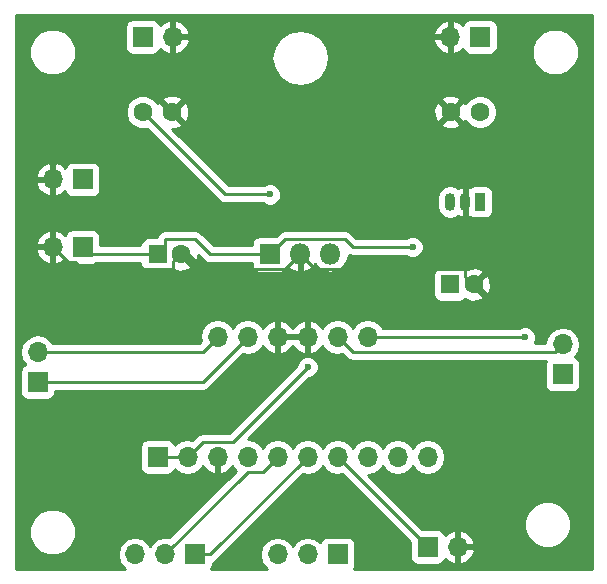
<source format=gbr>
G04 #@! TF.FileFunction,Copper,L2,Bot,Signal*
%FSLAX46Y46*%
G04 Gerber Fmt 4.6, Leading zero omitted, Abs format (unit mm)*
G04 Created by KiCad (PCBNEW 4.0.7) date 03/21/18 08:00:39*
%MOMM*%
%LPD*%
G01*
G04 APERTURE LIST*
%ADD10C,0.100000*%
%ADD11O,1.700000X1.700000*%
%ADD12R,1.700000X1.700000*%
%ADD13R,1.600000X1.600000*%
%ADD14C,1.600000*%
%ADD15R,1.800000X1.800000*%
%ADD16O,1.800000X1.800000*%
%ADD17O,0.900000X1.500000*%
%ADD18R,0.900000X1.500000*%
%ADD19C,0.600000*%
%ADD20C,0.250000*%
%ADD21C,0.254000*%
G04 APERTURE END LIST*
D10*
D11*
X126365000Y-57150000D03*
X123825000Y-57150000D03*
X121285000Y-57150000D03*
X118745000Y-57150000D03*
X116205000Y-57150000D03*
X113665000Y-57150000D03*
D12*
X108585000Y-67310000D03*
D11*
X111125000Y-67310000D03*
X113665000Y-67310000D03*
X116205000Y-67310000D03*
X118745000Y-67310000D03*
X121285000Y-67310000D03*
X123825000Y-67310000D03*
X126365000Y-67310000D03*
X128905000Y-67310000D03*
X131445000Y-67310000D03*
D13*
X133350000Y-52705000D03*
D14*
X135350000Y-52705000D03*
D13*
X108585000Y-50165000D03*
D14*
X110585000Y-50165000D03*
X107315000Y-38100000D03*
X109815000Y-38100000D03*
X135890000Y-38100000D03*
X133390000Y-38100000D03*
D12*
X142875000Y-60325000D03*
D11*
X142875000Y-57785000D03*
D12*
X98425000Y-60960000D03*
D11*
X98425000Y-58420000D03*
D12*
X123825000Y-75565000D03*
D11*
X121285000Y-75565000D03*
X118745000Y-75565000D03*
D12*
X111760000Y-75565000D03*
D11*
X109220000Y-75565000D03*
X106680000Y-75565000D03*
D12*
X102235000Y-49530000D03*
D11*
X99695000Y-49530000D03*
D12*
X102235000Y-43815000D03*
D11*
X99695000Y-43815000D03*
D12*
X131445000Y-74930000D03*
D11*
X133985000Y-74930000D03*
D12*
X107315000Y-31750000D03*
D11*
X109855000Y-31750000D03*
D12*
X135890000Y-31750000D03*
D11*
X133350000Y-31750000D03*
D15*
X118110000Y-50165000D03*
D16*
X120650000Y-50165000D03*
X123190000Y-50165000D03*
D17*
X134620000Y-45720000D03*
X133350000Y-45720000D03*
D18*
X135890000Y-45720000D03*
D19*
X130175000Y-49530000D03*
X121285000Y-59690000D03*
X118110000Y-45085000D03*
X139700000Y-57150000D03*
D20*
X118110000Y-50165000D02*
X119380000Y-48895000D01*
X119380000Y-48895000D02*
X124460000Y-48895000D01*
X124460000Y-48895000D02*
X125095000Y-49530000D01*
X125095000Y-49530000D02*
X130175000Y-49530000D01*
X108585000Y-50165000D02*
X109220000Y-49530000D01*
X109220000Y-49530000D02*
X109220000Y-48895000D01*
X109220000Y-48895000D02*
X111760000Y-48895000D01*
X111760000Y-48895000D02*
X113030000Y-50165000D01*
X113030000Y-50165000D02*
X118110000Y-50165000D01*
X102235000Y-49530000D02*
X102870000Y-50165000D01*
X102870000Y-50165000D02*
X108585000Y-50165000D01*
X120650000Y-50165000D02*
X121920000Y-51435000D01*
X121920000Y-51435000D02*
X134620000Y-51435000D01*
X134620000Y-51435000D02*
X134620000Y-52070000D01*
X134620000Y-52070000D02*
X135255000Y-52705000D01*
X135255000Y-52705000D02*
X135350000Y-52705000D01*
X110585000Y-50165000D02*
X110490000Y-50165000D01*
X110490000Y-50165000D02*
X109855000Y-50800000D01*
X109855000Y-50800000D02*
X109855000Y-51435000D01*
X109855000Y-51435000D02*
X102235000Y-51435000D01*
X102235000Y-51435000D02*
X101600000Y-50800000D01*
X101600000Y-50800000D02*
X100965000Y-50800000D01*
X100965000Y-50800000D02*
X99695000Y-49530000D01*
X120650000Y-50165000D02*
X119380000Y-51435000D01*
X119380000Y-51435000D02*
X112395000Y-51435000D01*
X112395000Y-51435000D02*
X111125000Y-50165000D01*
X111125000Y-50165000D02*
X110585000Y-50165000D01*
X121285000Y-57150000D02*
X118745000Y-57150000D01*
X121285000Y-59690000D02*
X114935000Y-66040000D01*
X114935000Y-66040000D02*
X112395000Y-66040000D01*
X112395000Y-66040000D02*
X111125000Y-67310000D01*
X107315000Y-38100000D02*
X114300000Y-45085000D01*
X114300000Y-45085000D02*
X118110000Y-45085000D01*
X111125000Y-67310000D02*
X108585000Y-67310000D01*
X139700000Y-57150000D02*
X126365000Y-57150000D01*
X142875000Y-57785000D02*
X142240000Y-58420000D01*
X142240000Y-58420000D02*
X125095000Y-58420000D01*
X125095000Y-58420000D02*
X123825000Y-57150000D01*
X116205000Y-57150000D02*
X112395000Y-60960000D01*
X112395000Y-60960000D02*
X98425000Y-60960000D01*
X113665000Y-57150000D02*
X112395000Y-58420000D01*
X112395000Y-58420000D02*
X98425000Y-58420000D01*
X121285000Y-67310000D02*
X113030000Y-75565000D01*
X113030000Y-75565000D02*
X111760000Y-75565000D01*
X109220000Y-75565000D02*
X116205000Y-68580000D01*
X116205000Y-68580000D02*
X117475000Y-68580000D01*
X117475000Y-68580000D02*
X118745000Y-67310000D01*
X131445000Y-74930000D02*
X123825000Y-67310000D01*
D21*
G36*
X145340000Y-76760000D02*
X125207812Y-76760000D01*
X125271431Y-76666890D01*
X125322440Y-76415000D01*
X125322440Y-74715000D01*
X125278162Y-74479683D01*
X125139090Y-74263559D01*
X124926890Y-74118569D01*
X124675000Y-74067560D01*
X122975000Y-74067560D01*
X122739683Y-74111838D01*
X122523559Y-74250910D01*
X122378569Y-74463110D01*
X122364914Y-74530541D01*
X122335054Y-74485853D01*
X121853285Y-74163946D01*
X121285000Y-74050907D01*
X120716715Y-74163946D01*
X120234946Y-74485853D01*
X120015000Y-74815026D01*
X119795054Y-74485853D01*
X119313285Y-74163946D01*
X118745000Y-74050907D01*
X118176715Y-74163946D01*
X117694946Y-74485853D01*
X117373039Y-74967622D01*
X117260000Y-75535907D01*
X117260000Y-75594093D01*
X117373039Y-76162378D01*
X117694946Y-76644147D01*
X117868333Y-76760000D01*
X113142812Y-76760000D01*
X113206431Y-76666890D01*
X113257440Y-76415000D01*
X113257440Y-76279759D01*
X113320839Y-76267148D01*
X113567401Y-76102401D01*
X120918592Y-68751210D01*
X121285000Y-68824093D01*
X121853285Y-68711054D01*
X122335054Y-68389147D01*
X122555000Y-68059974D01*
X122774946Y-68389147D01*
X123256715Y-68711054D01*
X123825000Y-68824093D01*
X124191408Y-68751210D01*
X129947560Y-74507362D01*
X129947560Y-75780000D01*
X129991838Y-76015317D01*
X130130910Y-76231441D01*
X130343110Y-76376431D01*
X130595000Y-76427440D01*
X132295000Y-76427440D01*
X132530317Y-76383162D01*
X132746441Y-76244090D01*
X132891431Y-76031890D01*
X132913301Y-75923893D01*
X133218076Y-76201645D01*
X133628110Y-76371476D01*
X133858000Y-76250155D01*
X133858000Y-75057000D01*
X134112000Y-75057000D01*
X134112000Y-76250155D01*
X134341890Y-76371476D01*
X134751924Y-76201645D01*
X135180183Y-75811358D01*
X135426486Y-75286892D01*
X135305819Y-75057000D01*
X134112000Y-75057000D01*
X133858000Y-75057000D01*
X133838000Y-75057000D01*
X133838000Y-74803000D01*
X133858000Y-74803000D01*
X133858000Y-73609845D01*
X134112000Y-73609845D01*
X134112000Y-74803000D01*
X135305819Y-74803000D01*
X135426486Y-74573108D01*
X135180183Y-74048642D01*
X134751924Y-73658355D01*
X134341890Y-73488524D01*
X134112000Y-73609845D01*
X133858000Y-73609845D01*
X133628110Y-73488524D01*
X133218076Y-73658355D01*
X132915063Y-73934501D01*
X132898162Y-73844683D01*
X132759090Y-73628559D01*
X132546890Y-73483569D01*
X132295000Y-73432560D01*
X131022362Y-73432560D01*
X131007911Y-73418109D01*
X139619657Y-73418109D01*
X139921218Y-74147943D01*
X140479120Y-74706819D01*
X141208427Y-75009654D01*
X141998109Y-75010343D01*
X142727943Y-74708782D01*
X143286819Y-74150880D01*
X143589654Y-73421573D01*
X143590343Y-72631891D01*
X143288782Y-71902057D01*
X142730880Y-71343181D01*
X142001573Y-71040346D01*
X141211891Y-71039657D01*
X140482057Y-71341218D01*
X139923181Y-71899120D01*
X139620346Y-72628427D01*
X139619657Y-73418109D01*
X131007911Y-73418109D01*
X126405783Y-68815981D01*
X126933285Y-68711054D01*
X127415054Y-68389147D01*
X127635000Y-68059974D01*
X127854946Y-68389147D01*
X128336715Y-68711054D01*
X128905000Y-68824093D01*
X129473285Y-68711054D01*
X129955054Y-68389147D01*
X130175000Y-68059974D01*
X130394946Y-68389147D01*
X130876715Y-68711054D01*
X131445000Y-68824093D01*
X132013285Y-68711054D01*
X132495054Y-68389147D01*
X132816961Y-67907378D01*
X132930000Y-67339093D01*
X132930000Y-67280907D01*
X132816961Y-66712622D01*
X132495054Y-66230853D01*
X132013285Y-65908946D01*
X131445000Y-65795907D01*
X130876715Y-65908946D01*
X130394946Y-66230853D01*
X130175000Y-66560026D01*
X129955054Y-66230853D01*
X129473285Y-65908946D01*
X128905000Y-65795907D01*
X128336715Y-65908946D01*
X127854946Y-66230853D01*
X127635000Y-66560026D01*
X127415054Y-66230853D01*
X126933285Y-65908946D01*
X126365000Y-65795907D01*
X125796715Y-65908946D01*
X125314946Y-66230853D01*
X125095000Y-66560026D01*
X124875054Y-66230853D01*
X124393285Y-65908946D01*
X123825000Y-65795907D01*
X123256715Y-65908946D01*
X122774946Y-66230853D01*
X122555000Y-66560026D01*
X122335054Y-66230853D01*
X121853285Y-65908946D01*
X121285000Y-65795907D01*
X120716715Y-65908946D01*
X120234946Y-66230853D01*
X120015000Y-66560026D01*
X119795054Y-66230853D01*
X119313285Y-65908946D01*
X118745000Y-65795907D01*
X118176715Y-65908946D01*
X117694946Y-66230853D01*
X117475000Y-66560026D01*
X117255054Y-66230853D01*
X116773285Y-65908946D01*
X116245783Y-65804019D01*
X121424680Y-60625122D01*
X121470167Y-60625162D01*
X121813943Y-60483117D01*
X122077192Y-60220327D01*
X122219838Y-59876799D01*
X122220162Y-59504833D01*
X122078117Y-59161057D01*
X121815327Y-58897808D01*
X121471799Y-58755162D01*
X121099833Y-58754838D01*
X120756057Y-58896883D01*
X120492808Y-59159673D01*
X120350162Y-59503201D01*
X120350121Y-59550077D01*
X114620198Y-65280000D01*
X112395000Y-65280000D01*
X112104160Y-65337852D01*
X111857599Y-65502599D01*
X111491408Y-65868790D01*
X111125000Y-65795907D01*
X110556715Y-65908946D01*
X110074946Y-66230853D01*
X110047150Y-66272452D01*
X110038162Y-66224683D01*
X109899090Y-66008559D01*
X109686890Y-65863569D01*
X109435000Y-65812560D01*
X107735000Y-65812560D01*
X107499683Y-65856838D01*
X107283559Y-65995910D01*
X107138569Y-66208110D01*
X107087560Y-66460000D01*
X107087560Y-68160000D01*
X107131838Y-68395317D01*
X107270910Y-68611441D01*
X107483110Y-68756431D01*
X107735000Y-68807440D01*
X109435000Y-68807440D01*
X109670317Y-68763162D01*
X109886441Y-68624090D01*
X110031431Y-68411890D01*
X110045086Y-68344459D01*
X110074946Y-68389147D01*
X110556715Y-68711054D01*
X111125000Y-68824093D01*
X111693285Y-68711054D01*
X112175054Y-68389147D01*
X112402702Y-68048447D01*
X112469817Y-68191358D01*
X112898076Y-68581645D01*
X113308110Y-68751476D01*
X113538000Y-68630155D01*
X113538000Y-67437000D01*
X113518000Y-67437000D01*
X113518000Y-67183000D01*
X113538000Y-67183000D01*
X113538000Y-67163000D01*
X113792000Y-67163000D01*
X113792000Y-67183000D01*
X113812000Y-67183000D01*
X113812000Y-67437000D01*
X113792000Y-67437000D01*
X113792000Y-68630155D01*
X114021890Y-68751476D01*
X114431924Y-68581645D01*
X114860183Y-68191358D01*
X114927298Y-68048447D01*
X115154946Y-68389147D01*
X115254519Y-68455679D01*
X109586408Y-74123790D01*
X109220000Y-74050907D01*
X108651715Y-74163946D01*
X108169946Y-74485853D01*
X107950000Y-74815026D01*
X107730054Y-74485853D01*
X107248285Y-74163946D01*
X106680000Y-74050907D01*
X106111715Y-74163946D01*
X105629946Y-74485853D01*
X105308039Y-74967622D01*
X105195000Y-75535907D01*
X105195000Y-75594093D01*
X105308039Y-76162378D01*
X105629946Y-76644147D01*
X105803333Y-76760000D01*
X96595000Y-76760000D01*
X96595000Y-74053109D01*
X97709657Y-74053109D01*
X98011218Y-74782943D01*
X98569120Y-75341819D01*
X99298427Y-75644654D01*
X100088109Y-75645343D01*
X100817943Y-75343782D01*
X101376819Y-74785880D01*
X101679654Y-74056573D01*
X101680343Y-73266891D01*
X101378782Y-72537057D01*
X100820880Y-71978181D01*
X100091573Y-71675346D01*
X99301891Y-71674657D01*
X98572057Y-71976218D01*
X98013181Y-72534120D01*
X97710346Y-73263427D01*
X97709657Y-74053109D01*
X96595000Y-74053109D01*
X96595000Y-58420000D01*
X96910907Y-58420000D01*
X97023946Y-58988285D01*
X97345853Y-59470054D01*
X97387452Y-59497850D01*
X97339683Y-59506838D01*
X97123559Y-59645910D01*
X96978569Y-59858110D01*
X96927560Y-60110000D01*
X96927560Y-61810000D01*
X96971838Y-62045317D01*
X97110910Y-62261441D01*
X97323110Y-62406431D01*
X97575000Y-62457440D01*
X99275000Y-62457440D01*
X99510317Y-62413162D01*
X99726441Y-62274090D01*
X99871431Y-62061890D01*
X99922440Y-61810000D01*
X99922440Y-61720000D01*
X112395000Y-61720000D01*
X112685839Y-61662148D01*
X112932401Y-61497401D01*
X115838592Y-58591210D01*
X116205000Y-58664093D01*
X116773285Y-58551054D01*
X117255054Y-58229147D01*
X117482702Y-57888447D01*
X117549817Y-58031358D01*
X117978076Y-58421645D01*
X118388110Y-58591476D01*
X118618000Y-58470155D01*
X118618000Y-57277000D01*
X118872000Y-57277000D01*
X118872000Y-58470155D01*
X119101890Y-58591476D01*
X119511924Y-58421645D01*
X119940183Y-58031358D01*
X120015000Y-57872046D01*
X120089817Y-58031358D01*
X120518076Y-58421645D01*
X120928110Y-58591476D01*
X121158000Y-58470155D01*
X121158000Y-57277000D01*
X118872000Y-57277000D01*
X118618000Y-57277000D01*
X118598000Y-57277000D01*
X118598000Y-57023000D01*
X118618000Y-57023000D01*
X118618000Y-55829845D01*
X118872000Y-55829845D01*
X118872000Y-57023000D01*
X121158000Y-57023000D01*
X121158000Y-55829845D01*
X121412000Y-55829845D01*
X121412000Y-57023000D01*
X121432000Y-57023000D01*
X121432000Y-57277000D01*
X121412000Y-57277000D01*
X121412000Y-58470155D01*
X121641890Y-58591476D01*
X122051924Y-58421645D01*
X122480183Y-58031358D01*
X122547298Y-57888447D01*
X122774946Y-58229147D01*
X123256715Y-58551054D01*
X123825000Y-58664093D01*
X124191408Y-58591210D01*
X124557599Y-58957401D01*
X124804160Y-59122148D01*
X125095000Y-59180000D01*
X141458025Y-59180000D01*
X141428569Y-59223110D01*
X141377560Y-59475000D01*
X141377560Y-61175000D01*
X141421838Y-61410317D01*
X141560910Y-61626441D01*
X141773110Y-61771431D01*
X142025000Y-61822440D01*
X143725000Y-61822440D01*
X143960317Y-61778162D01*
X144176441Y-61639090D01*
X144321431Y-61426890D01*
X144372440Y-61175000D01*
X144372440Y-59475000D01*
X144328162Y-59239683D01*
X144189090Y-59023559D01*
X143976890Y-58878569D01*
X143909459Y-58864914D01*
X143954147Y-58835054D01*
X144276054Y-58353285D01*
X144389093Y-57785000D01*
X144276054Y-57216715D01*
X143954147Y-56734946D01*
X143472378Y-56413039D01*
X142904093Y-56300000D01*
X142845907Y-56300000D01*
X142277622Y-56413039D01*
X141795853Y-56734946D01*
X141473946Y-57216715D01*
X141385771Y-57660000D01*
X140500633Y-57660000D01*
X140634838Y-57336799D01*
X140635162Y-56964833D01*
X140493117Y-56621057D01*
X140230327Y-56357808D01*
X139886799Y-56215162D01*
X139514833Y-56214838D01*
X139171057Y-56356883D01*
X139137882Y-56390000D01*
X127628301Y-56390000D01*
X127415054Y-56070853D01*
X126933285Y-55748946D01*
X126365000Y-55635907D01*
X125796715Y-55748946D01*
X125314946Y-56070853D01*
X125095000Y-56400026D01*
X124875054Y-56070853D01*
X124393285Y-55748946D01*
X123825000Y-55635907D01*
X123256715Y-55748946D01*
X122774946Y-56070853D01*
X122547298Y-56411553D01*
X122480183Y-56268642D01*
X122051924Y-55878355D01*
X121641890Y-55708524D01*
X121412000Y-55829845D01*
X121158000Y-55829845D01*
X120928110Y-55708524D01*
X120518076Y-55878355D01*
X120089817Y-56268642D01*
X120015000Y-56427954D01*
X119940183Y-56268642D01*
X119511924Y-55878355D01*
X119101890Y-55708524D01*
X118872000Y-55829845D01*
X118618000Y-55829845D01*
X118388110Y-55708524D01*
X117978076Y-55878355D01*
X117549817Y-56268642D01*
X117482702Y-56411553D01*
X117255054Y-56070853D01*
X116773285Y-55748946D01*
X116205000Y-55635907D01*
X115636715Y-55748946D01*
X115154946Y-56070853D01*
X114935000Y-56400026D01*
X114715054Y-56070853D01*
X114233285Y-55748946D01*
X113665000Y-55635907D01*
X113096715Y-55748946D01*
X112614946Y-56070853D01*
X112293039Y-56552622D01*
X112180000Y-57120907D01*
X112180000Y-57179093D01*
X112243229Y-57496969D01*
X112080198Y-57660000D01*
X99697954Y-57660000D01*
X99504147Y-57369946D01*
X99022378Y-57048039D01*
X98454093Y-56935000D01*
X98395907Y-56935000D01*
X97827622Y-57048039D01*
X97345853Y-57369946D01*
X97023946Y-57851715D01*
X96910907Y-58420000D01*
X96595000Y-58420000D01*
X96595000Y-51905000D01*
X131902560Y-51905000D01*
X131902560Y-53505000D01*
X131946838Y-53740317D01*
X132085910Y-53956441D01*
X132298110Y-54101431D01*
X132550000Y-54152440D01*
X134150000Y-54152440D01*
X134385317Y-54108162D01*
X134601441Y-53969090D01*
X134605977Y-53962452D01*
X135133223Y-54151965D01*
X135703454Y-54124778D01*
X136104005Y-53958864D01*
X136178139Y-53712745D01*
X135350000Y-52884605D01*
X135335858Y-52898748D01*
X135156253Y-52719143D01*
X135170395Y-52705000D01*
X135529605Y-52705000D01*
X136357745Y-53533139D01*
X136603864Y-53459005D01*
X136796965Y-52921777D01*
X136769778Y-52351546D01*
X136603864Y-51950995D01*
X136357745Y-51876861D01*
X135529605Y-52705000D01*
X135170395Y-52705000D01*
X135156253Y-52690858D01*
X135335858Y-52511252D01*
X135350000Y-52525395D01*
X136178139Y-51697255D01*
X136104005Y-51451136D01*
X135566777Y-51258035D01*
X134996546Y-51285222D01*
X134605053Y-51447384D01*
X134401890Y-51308569D01*
X134150000Y-51257560D01*
X132550000Y-51257560D01*
X132314683Y-51301838D01*
X132098559Y-51440910D01*
X131953569Y-51653110D01*
X131902560Y-51905000D01*
X96595000Y-51905000D01*
X96595000Y-49886892D01*
X98253514Y-49886892D01*
X98499817Y-50411358D01*
X98928076Y-50801645D01*
X99338110Y-50971476D01*
X99568000Y-50850155D01*
X99568000Y-49657000D01*
X98374181Y-49657000D01*
X98253514Y-49886892D01*
X96595000Y-49886892D01*
X96595000Y-49173108D01*
X98253514Y-49173108D01*
X98374181Y-49403000D01*
X99568000Y-49403000D01*
X99568000Y-48209845D01*
X99822000Y-48209845D01*
X99822000Y-49403000D01*
X99842000Y-49403000D01*
X99842000Y-49657000D01*
X99822000Y-49657000D01*
X99822000Y-50850155D01*
X100051890Y-50971476D01*
X100461924Y-50801645D01*
X100764937Y-50525499D01*
X100781838Y-50615317D01*
X100920910Y-50831441D01*
X101133110Y-50976431D01*
X101385000Y-51027440D01*
X103085000Y-51027440D01*
X103320317Y-50983162D01*
X103410703Y-50925000D01*
X107137560Y-50925000D01*
X107137560Y-50965000D01*
X107181838Y-51200317D01*
X107320910Y-51416441D01*
X107533110Y-51561431D01*
X107785000Y-51612440D01*
X109385000Y-51612440D01*
X109620317Y-51568162D01*
X109836441Y-51429090D01*
X109840977Y-51422452D01*
X110368223Y-51611965D01*
X110938454Y-51584778D01*
X111339005Y-51418864D01*
X111413139Y-51172745D01*
X110585000Y-50344605D01*
X110570858Y-50358748D01*
X110391253Y-50179143D01*
X110405395Y-50165000D01*
X110391253Y-50150858D01*
X110570858Y-49971253D01*
X110585000Y-49985395D01*
X110599143Y-49971253D01*
X110778748Y-50150858D01*
X110764605Y-50165000D01*
X111592745Y-50993139D01*
X111838864Y-50919005D01*
X112031965Y-50381777D01*
X112024956Y-50234758D01*
X112492599Y-50702401D01*
X112739160Y-50867148D01*
X113030000Y-50925000D01*
X116562560Y-50925000D01*
X116562560Y-51065000D01*
X116606838Y-51300317D01*
X116745910Y-51516441D01*
X116958110Y-51661431D01*
X117210000Y-51712440D01*
X119010000Y-51712440D01*
X119245317Y-51668162D01*
X119461441Y-51529090D01*
X119606431Y-51316890D01*
X119616766Y-51265854D01*
X119742424Y-51402966D01*
X120285258Y-51656046D01*
X120523000Y-51535997D01*
X120523000Y-50292000D01*
X120503000Y-50292000D01*
X120503000Y-50038000D01*
X120523000Y-50038000D01*
X120523000Y-50018000D01*
X120777000Y-50018000D01*
X120777000Y-50038000D01*
X120797000Y-50038000D01*
X120797000Y-50292000D01*
X120777000Y-50292000D01*
X120777000Y-51535997D01*
X121014742Y-51656046D01*
X121557576Y-51402966D01*
X121915499Y-51012418D01*
X122074519Y-51250409D01*
X122572509Y-51583155D01*
X123159928Y-51700000D01*
X123220072Y-51700000D01*
X123807491Y-51583155D01*
X124305481Y-51250409D01*
X124638227Y-50752419D01*
X124749041Y-50195318D01*
X124804161Y-50232148D01*
X125095000Y-50290000D01*
X129612537Y-50290000D01*
X129644673Y-50322192D01*
X129988201Y-50464838D01*
X130360167Y-50465162D01*
X130703943Y-50323117D01*
X130967192Y-50060327D01*
X131109838Y-49716799D01*
X131110162Y-49344833D01*
X130968117Y-49001057D01*
X130705327Y-48737808D01*
X130361799Y-48595162D01*
X129989833Y-48594838D01*
X129646057Y-48736883D01*
X129612882Y-48770000D01*
X125409802Y-48770000D01*
X124997401Y-48357599D01*
X124750839Y-48192852D01*
X124460000Y-48135000D01*
X119380000Y-48135000D01*
X119089160Y-48192852D01*
X118842599Y-48357599D01*
X118582638Y-48617560D01*
X117210000Y-48617560D01*
X116974683Y-48661838D01*
X116758559Y-48800910D01*
X116613569Y-49013110D01*
X116562560Y-49265000D01*
X116562560Y-49405000D01*
X113344802Y-49405000D01*
X112297401Y-48357599D01*
X112050839Y-48192852D01*
X111760000Y-48135000D01*
X109220000Y-48135000D01*
X108929161Y-48192852D01*
X108682599Y-48357599D01*
X108517852Y-48604161D01*
X108495295Y-48717560D01*
X107785000Y-48717560D01*
X107549683Y-48761838D01*
X107333559Y-48900910D01*
X107188569Y-49113110D01*
X107137560Y-49365000D01*
X107137560Y-49405000D01*
X103732440Y-49405000D01*
X103732440Y-48680000D01*
X103688162Y-48444683D01*
X103549090Y-48228559D01*
X103336890Y-48083569D01*
X103085000Y-48032560D01*
X101385000Y-48032560D01*
X101149683Y-48076838D01*
X100933559Y-48215910D01*
X100788569Y-48428110D01*
X100766699Y-48536107D01*
X100461924Y-48258355D01*
X100051890Y-48088524D01*
X99822000Y-48209845D01*
X99568000Y-48209845D01*
X99338110Y-48088524D01*
X98928076Y-48258355D01*
X98499817Y-48648642D01*
X98253514Y-49173108D01*
X96595000Y-49173108D01*
X96595000Y-44171892D01*
X98253514Y-44171892D01*
X98499817Y-44696358D01*
X98928076Y-45086645D01*
X99338110Y-45256476D01*
X99568000Y-45135155D01*
X99568000Y-43942000D01*
X98374181Y-43942000D01*
X98253514Y-44171892D01*
X96595000Y-44171892D01*
X96595000Y-43458108D01*
X98253514Y-43458108D01*
X98374181Y-43688000D01*
X99568000Y-43688000D01*
X99568000Y-42494845D01*
X99822000Y-42494845D01*
X99822000Y-43688000D01*
X99842000Y-43688000D01*
X99842000Y-43942000D01*
X99822000Y-43942000D01*
X99822000Y-45135155D01*
X100051890Y-45256476D01*
X100461924Y-45086645D01*
X100764937Y-44810499D01*
X100781838Y-44900317D01*
X100920910Y-45116441D01*
X101133110Y-45261431D01*
X101385000Y-45312440D01*
X103085000Y-45312440D01*
X103320317Y-45268162D01*
X103536441Y-45129090D01*
X103681431Y-44916890D01*
X103732440Y-44665000D01*
X103732440Y-42965000D01*
X103688162Y-42729683D01*
X103549090Y-42513559D01*
X103336890Y-42368569D01*
X103085000Y-42317560D01*
X101385000Y-42317560D01*
X101149683Y-42361838D01*
X100933559Y-42500910D01*
X100788569Y-42713110D01*
X100766699Y-42821107D01*
X100461924Y-42543355D01*
X100051890Y-42373524D01*
X99822000Y-42494845D01*
X99568000Y-42494845D01*
X99338110Y-42373524D01*
X98928076Y-42543355D01*
X98499817Y-42933642D01*
X98253514Y-43458108D01*
X96595000Y-43458108D01*
X96595000Y-38384187D01*
X105879752Y-38384187D01*
X106097757Y-38911800D01*
X106501077Y-39315824D01*
X107028309Y-39534750D01*
X107599187Y-39535248D01*
X107653149Y-39512951D01*
X113762599Y-45622401D01*
X114009161Y-45787148D01*
X114300000Y-45845000D01*
X117547537Y-45845000D01*
X117579673Y-45877192D01*
X117923201Y-46019838D01*
X118295167Y-46020162D01*
X118638943Y-45878117D01*
X118902192Y-45615327D01*
X118994566Y-45392866D01*
X132265000Y-45392866D01*
X132265000Y-46047134D01*
X132347591Y-46462346D01*
X132582789Y-46814345D01*
X132934788Y-47049543D01*
X133350000Y-47132134D01*
X133765212Y-47049543D01*
X133989274Y-46899830D01*
X134325999Y-47064408D01*
X134493000Y-46937502D01*
X134493000Y-45847000D01*
X134473000Y-45847000D01*
X134473000Y-45593000D01*
X134493000Y-45593000D01*
X134493000Y-44502498D01*
X134747000Y-44502498D01*
X134747000Y-45593000D01*
X134767000Y-45593000D01*
X134767000Y-45847000D01*
X134747000Y-45847000D01*
X134747000Y-46937502D01*
X134914001Y-47064408D01*
X135072075Y-46987147D01*
X135188110Y-47066431D01*
X135440000Y-47117440D01*
X136340000Y-47117440D01*
X136575317Y-47073162D01*
X136791441Y-46934090D01*
X136936431Y-46721890D01*
X136987440Y-46470000D01*
X136987440Y-44970000D01*
X136943162Y-44734683D01*
X136804090Y-44518559D01*
X136591890Y-44373569D01*
X136340000Y-44322560D01*
X135440000Y-44322560D01*
X135204683Y-44366838D01*
X135071471Y-44452558D01*
X134914001Y-44375592D01*
X134747000Y-44502498D01*
X134493000Y-44502498D01*
X134325999Y-44375592D01*
X133989274Y-44540170D01*
X133765212Y-44390457D01*
X133350000Y-44307866D01*
X132934788Y-44390457D01*
X132582789Y-44625655D01*
X132347591Y-44977654D01*
X132265000Y-45392866D01*
X118994566Y-45392866D01*
X119044838Y-45271799D01*
X119045162Y-44899833D01*
X118903117Y-44556057D01*
X118640327Y-44292808D01*
X118296799Y-44150162D01*
X117924833Y-44149838D01*
X117581057Y-44291883D01*
X117547882Y-44325000D01*
X114614802Y-44325000D01*
X109825911Y-39536109D01*
X110168454Y-39519778D01*
X110569005Y-39353864D01*
X110643139Y-39107745D01*
X132561861Y-39107745D01*
X132635995Y-39353864D01*
X133173223Y-39546965D01*
X133743454Y-39519778D01*
X134144005Y-39353864D01*
X134218139Y-39107745D01*
X133390000Y-38279605D01*
X132561861Y-39107745D01*
X110643139Y-39107745D01*
X109815000Y-38279605D01*
X109800858Y-38293748D01*
X109621252Y-38114142D01*
X109635395Y-38100000D01*
X109994605Y-38100000D01*
X110822745Y-38928139D01*
X111068864Y-38854005D01*
X111261965Y-38316777D01*
X111241295Y-37883223D01*
X131943035Y-37883223D01*
X131970222Y-38453454D01*
X132136136Y-38854005D01*
X132382255Y-38928139D01*
X133210395Y-38100000D01*
X133569605Y-38100000D01*
X134397745Y-38928139D01*
X134643864Y-38854005D01*
X134646196Y-38847517D01*
X134672757Y-38911800D01*
X135076077Y-39315824D01*
X135603309Y-39534750D01*
X136174187Y-39535248D01*
X136701800Y-39317243D01*
X137105824Y-38913923D01*
X137324750Y-38386691D01*
X137325248Y-37815813D01*
X137107243Y-37288200D01*
X136703923Y-36884176D01*
X136176691Y-36665250D01*
X135605813Y-36664752D01*
X135078200Y-36882757D01*
X134674176Y-37286077D01*
X134646577Y-37352544D01*
X134643864Y-37345995D01*
X134397745Y-37271861D01*
X133569605Y-38100000D01*
X133210395Y-38100000D01*
X132382255Y-37271861D01*
X132136136Y-37345995D01*
X131943035Y-37883223D01*
X111241295Y-37883223D01*
X111234778Y-37746546D01*
X111068864Y-37345995D01*
X110822745Y-37271861D01*
X109994605Y-38100000D01*
X109635395Y-38100000D01*
X108807255Y-37271861D01*
X108561136Y-37345995D01*
X108558804Y-37352483D01*
X108532243Y-37288200D01*
X108336640Y-37092255D01*
X108986861Y-37092255D01*
X109815000Y-37920395D01*
X110643139Y-37092255D01*
X132561861Y-37092255D01*
X133390000Y-37920395D01*
X134218139Y-37092255D01*
X134144005Y-36846136D01*
X133606777Y-36653035D01*
X133036546Y-36680222D01*
X132635995Y-36846136D01*
X132561861Y-37092255D01*
X110643139Y-37092255D01*
X110569005Y-36846136D01*
X110031777Y-36653035D01*
X109461546Y-36680222D01*
X109060995Y-36846136D01*
X108986861Y-37092255D01*
X108336640Y-37092255D01*
X108128923Y-36884176D01*
X107601691Y-36665250D01*
X107030813Y-36664752D01*
X106503200Y-36882757D01*
X106099176Y-37286077D01*
X105880250Y-37813309D01*
X105879752Y-38384187D01*
X96595000Y-38384187D01*
X96595000Y-33413109D01*
X97709657Y-33413109D01*
X98011218Y-34142943D01*
X98569120Y-34701819D01*
X99298427Y-35004654D01*
X100088109Y-35005343D01*
X100817943Y-34703782D01*
X101376819Y-34145880D01*
X101642935Y-33505000D01*
X118218275Y-33505000D01*
X118399822Y-34417700D01*
X118916825Y-35191450D01*
X119690575Y-35708453D01*
X120603275Y-35890000D01*
X120696725Y-35890000D01*
X121609425Y-35708453D01*
X122383175Y-35191450D01*
X122900178Y-34417700D01*
X123081725Y-33505000D01*
X123063447Y-33413109D01*
X140254657Y-33413109D01*
X140556218Y-34142943D01*
X141114120Y-34701819D01*
X141843427Y-35004654D01*
X142633109Y-35005343D01*
X143362943Y-34703782D01*
X143921819Y-34145880D01*
X144224654Y-33416573D01*
X144225343Y-32626891D01*
X143923782Y-31897057D01*
X143365880Y-31338181D01*
X142636573Y-31035346D01*
X141846891Y-31034657D01*
X141117057Y-31336218D01*
X140558181Y-31894120D01*
X140255346Y-32623427D01*
X140254657Y-33413109D01*
X123063447Y-33413109D01*
X122900178Y-32592300D01*
X122575839Y-32106892D01*
X131908514Y-32106892D01*
X132154817Y-32631358D01*
X132583076Y-33021645D01*
X132993110Y-33191476D01*
X133223000Y-33070155D01*
X133223000Y-31877000D01*
X132029181Y-31877000D01*
X131908514Y-32106892D01*
X122575839Y-32106892D01*
X122383175Y-31818550D01*
X121746456Y-31393108D01*
X131908514Y-31393108D01*
X132029181Y-31623000D01*
X133223000Y-31623000D01*
X133223000Y-30429845D01*
X133477000Y-30429845D01*
X133477000Y-31623000D01*
X133497000Y-31623000D01*
X133497000Y-31877000D01*
X133477000Y-31877000D01*
X133477000Y-33070155D01*
X133706890Y-33191476D01*
X134116924Y-33021645D01*
X134419937Y-32745499D01*
X134436838Y-32835317D01*
X134575910Y-33051441D01*
X134788110Y-33196431D01*
X135040000Y-33247440D01*
X136740000Y-33247440D01*
X136975317Y-33203162D01*
X137191441Y-33064090D01*
X137336431Y-32851890D01*
X137387440Y-32600000D01*
X137387440Y-30900000D01*
X137343162Y-30664683D01*
X137204090Y-30448559D01*
X136991890Y-30303569D01*
X136740000Y-30252560D01*
X135040000Y-30252560D01*
X134804683Y-30296838D01*
X134588559Y-30435910D01*
X134443569Y-30648110D01*
X134421699Y-30756107D01*
X134116924Y-30478355D01*
X133706890Y-30308524D01*
X133477000Y-30429845D01*
X133223000Y-30429845D01*
X132993110Y-30308524D01*
X132583076Y-30478355D01*
X132154817Y-30868642D01*
X131908514Y-31393108D01*
X121746456Y-31393108D01*
X121609425Y-31301547D01*
X120696725Y-31120000D01*
X120603275Y-31120000D01*
X119690575Y-31301547D01*
X118916825Y-31818550D01*
X118399822Y-32592300D01*
X118218275Y-33505000D01*
X101642935Y-33505000D01*
X101679654Y-33416573D01*
X101680343Y-32626891D01*
X101378782Y-31897057D01*
X100820880Y-31338181D01*
X100091573Y-31035346D01*
X99301891Y-31034657D01*
X98572057Y-31336218D01*
X98013181Y-31894120D01*
X97710346Y-32623427D01*
X97709657Y-33413109D01*
X96595000Y-33413109D01*
X96595000Y-30900000D01*
X105817560Y-30900000D01*
X105817560Y-32600000D01*
X105861838Y-32835317D01*
X106000910Y-33051441D01*
X106213110Y-33196431D01*
X106465000Y-33247440D01*
X108165000Y-33247440D01*
X108400317Y-33203162D01*
X108616441Y-33064090D01*
X108761431Y-32851890D01*
X108783301Y-32743893D01*
X109088076Y-33021645D01*
X109498110Y-33191476D01*
X109728000Y-33070155D01*
X109728000Y-31877000D01*
X109982000Y-31877000D01*
X109982000Y-33070155D01*
X110211890Y-33191476D01*
X110621924Y-33021645D01*
X111050183Y-32631358D01*
X111296486Y-32106892D01*
X111175819Y-31877000D01*
X109982000Y-31877000D01*
X109728000Y-31877000D01*
X109708000Y-31877000D01*
X109708000Y-31623000D01*
X109728000Y-31623000D01*
X109728000Y-30429845D01*
X109982000Y-30429845D01*
X109982000Y-31623000D01*
X111175819Y-31623000D01*
X111296486Y-31393108D01*
X111050183Y-30868642D01*
X110621924Y-30478355D01*
X110211890Y-30308524D01*
X109982000Y-30429845D01*
X109728000Y-30429845D01*
X109498110Y-30308524D01*
X109088076Y-30478355D01*
X108785063Y-30754501D01*
X108768162Y-30664683D01*
X108629090Y-30448559D01*
X108416890Y-30303569D01*
X108165000Y-30252560D01*
X106465000Y-30252560D01*
X106229683Y-30296838D01*
X106013559Y-30435910D01*
X105868569Y-30648110D01*
X105817560Y-30900000D01*
X96595000Y-30900000D01*
X96595000Y-29920000D01*
X145340000Y-29920000D01*
X145340000Y-76760000D01*
X145340000Y-76760000D01*
G37*
X145340000Y-76760000D02*
X125207812Y-76760000D01*
X125271431Y-76666890D01*
X125322440Y-76415000D01*
X125322440Y-74715000D01*
X125278162Y-74479683D01*
X125139090Y-74263559D01*
X124926890Y-74118569D01*
X124675000Y-74067560D01*
X122975000Y-74067560D01*
X122739683Y-74111838D01*
X122523559Y-74250910D01*
X122378569Y-74463110D01*
X122364914Y-74530541D01*
X122335054Y-74485853D01*
X121853285Y-74163946D01*
X121285000Y-74050907D01*
X120716715Y-74163946D01*
X120234946Y-74485853D01*
X120015000Y-74815026D01*
X119795054Y-74485853D01*
X119313285Y-74163946D01*
X118745000Y-74050907D01*
X118176715Y-74163946D01*
X117694946Y-74485853D01*
X117373039Y-74967622D01*
X117260000Y-75535907D01*
X117260000Y-75594093D01*
X117373039Y-76162378D01*
X117694946Y-76644147D01*
X117868333Y-76760000D01*
X113142812Y-76760000D01*
X113206431Y-76666890D01*
X113257440Y-76415000D01*
X113257440Y-76279759D01*
X113320839Y-76267148D01*
X113567401Y-76102401D01*
X120918592Y-68751210D01*
X121285000Y-68824093D01*
X121853285Y-68711054D01*
X122335054Y-68389147D01*
X122555000Y-68059974D01*
X122774946Y-68389147D01*
X123256715Y-68711054D01*
X123825000Y-68824093D01*
X124191408Y-68751210D01*
X129947560Y-74507362D01*
X129947560Y-75780000D01*
X129991838Y-76015317D01*
X130130910Y-76231441D01*
X130343110Y-76376431D01*
X130595000Y-76427440D01*
X132295000Y-76427440D01*
X132530317Y-76383162D01*
X132746441Y-76244090D01*
X132891431Y-76031890D01*
X132913301Y-75923893D01*
X133218076Y-76201645D01*
X133628110Y-76371476D01*
X133858000Y-76250155D01*
X133858000Y-75057000D01*
X134112000Y-75057000D01*
X134112000Y-76250155D01*
X134341890Y-76371476D01*
X134751924Y-76201645D01*
X135180183Y-75811358D01*
X135426486Y-75286892D01*
X135305819Y-75057000D01*
X134112000Y-75057000D01*
X133858000Y-75057000D01*
X133838000Y-75057000D01*
X133838000Y-74803000D01*
X133858000Y-74803000D01*
X133858000Y-73609845D01*
X134112000Y-73609845D01*
X134112000Y-74803000D01*
X135305819Y-74803000D01*
X135426486Y-74573108D01*
X135180183Y-74048642D01*
X134751924Y-73658355D01*
X134341890Y-73488524D01*
X134112000Y-73609845D01*
X133858000Y-73609845D01*
X133628110Y-73488524D01*
X133218076Y-73658355D01*
X132915063Y-73934501D01*
X132898162Y-73844683D01*
X132759090Y-73628559D01*
X132546890Y-73483569D01*
X132295000Y-73432560D01*
X131022362Y-73432560D01*
X131007911Y-73418109D01*
X139619657Y-73418109D01*
X139921218Y-74147943D01*
X140479120Y-74706819D01*
X141208427Y-75009654D01*
X141998109Y-75010343D01*
X142727943Y-74708782D01*
X143286819Y-74150880D01*
X143589654Y-73421573D01*
X143590343Y-72631891D01*
X143288782Y-71902057D01*
X142730880Y-71343181D01*
X142001573Y-71040346D01*
X141211891Y-71039657D01*
X140482057Y-71341218D01*
X139923181Y-71899120D01*
X139620346Y-72628427D01*
X139619657Y-73418109D01*
X131007911Y-73418109D01*
X126405783Y-68815981D01*
X126933285Y-68711054D01*
X127415054Y-68389147D01*
X127635000Y-68059974D01*
X127854946Y-68389147D01*
X128336715Y-68711054D01*
X128905000Y-68824093D01*
X129473285Y-68711054D01*
X129955054Y-68389147D01*
X130175000Y-68059974D01*
X130394946Y-68389147D01*
X130876715Y-68711054D01*
X131445000Y-68824093D01*
X132013285Y-68711054D01*
X132495054Y-68389147D01*
X132816961Y-67907378D01*
X132930000Y-67339093D01*
X132930000Y-67280907D01*
X132816961Y-66712622D01*
X132495054Y-66230853D01*
X132013285Y-65908946D01*
X131445000Y-65795907D01*
X130876715Y-65908946D01*
X130394946Y-66230853D01*
X130175000Y-66560026D01*
X129955054Y-66230853D01*
X129473285Y-65908946D01*
X128905000Y-65795907D01*
X128336715Y-65908946D01*
X127854946Y-66230853D01*
X127635000Y-66560026D01*
X127415054Y-66230853D01*
X126933285Y-65908946D01*
X126365000Y-65795907D01*
X125796715Y-65908946D01*
X125314946Y-66230853D01*
X125095000Y-66560026D01*
X124875054Y-66230853D01*
X124393285Y-65908946D01*
X123825000Y-65795907D01*
X123256715Y-65908946D01*
X122774946Y-66230853D01*
X122555000Y-66560026D01*
X122335054Y-66230853D01*
X121853285Y-65908946D01*
X121285000Y-65795907D01*
X120716715Y-65908946D01*
X120234946Y-66230853D01*
X120015000Y-66560026D01*
X119795054Y-66230853D01*
X119313285Y-65908946D01*
X118745000Y-65795907D01*
X118176715Y-65908946D01*
X117694946Y-66230853D01*
X117475000Y-66560026D01*
X117255054Y-66230853D01*
X116773285Y-65908946D01*
X116245783Y-65804019D01*
X121424680Y-60625122D01*
X121470167Y-60625162D01*
X121813943Y-60483117D01*
X122077192Y-60220327D01*
X122219838Y-59876799D01*
X122220162Y-59504833D01*
X122078117Y-59161057D01*
X121815327Y-58897808D01*
X121471799Y-58755162D01*
X121099833Y-58754838D01*
X120756057Y-58896883D01*
X120492808Y-59159673D01*
X120350162Y-59503201D01*
X120350121Y-59550077D01*
X114620198Y-65280000D01*
X112395000Y-65280000D01*
X112104160Y-65337852D01*
X111857599Y-65502599D01*
X111491408Y-65868790D01*
X111125000Y-65795907D01*
X110556715Y-65908946D01*
X110074946Y-66230853D01*
X110047150Y-66272452D01*
X110038162Y-66224683D01*
X109899090Y-66008559D01*
X109686890Y-65863569D01*
X109435000Y-65812560D01*
X107735000Y-65812560D01*
X107499683Y-65856838D01*
X107283559Y-65995910D01*
X107138569Y-66208110D01*
X107087560Y-66460000D01*
X107087560Y-68160000D01*
X107131838Y-68395317D01*
X107270910Y-68611441D01*
X107483110Y-68756431D01*
X107735000Y-68807440D01*
X109435000Y-68807440D01*
X109670317Y-68763162D01*
X109886441Y-68624090D01*
X110031431Y-68411890D01*
X110045086Y-68344459D01*
X110074946Y-68389147D01*
X110556715Y-68711054D01*
X111125000Y-68824093D01*
X111693285Y-68711054D01*
X112175054Y-68389147D01*
X112402702Y-68048447D01*
X112469817Y-68191358D01*
X112898076Y-68581645D01*
X113308110Y-68751476D01*
X113538000Y-68630155D01*
X113538000Y-67437000D01*
X113518000Y-67437000D01*
X113518000Y-67183000D01*
X113538000Y-67183000D01*
X113538000Y-67163000D01*
X113792000Y-67163000D01*
X113792000Y-67183000D01*
X113812000Y-67183000D01*
X113812000Y-67437000D01*
X113792000Y-67437000D01*
X113792000Y-68630155D01*
X114021890Y-68751476D01*
X114431924Y-68581645D01*
X114860183Y-68191358D01*
X114927298Y-68048447D01*
X115154946Y-68389147D01*
X115254519Y-68455679D01*
X109586408Y-74123790D01*
X109220000Y-74050907D01*
X108651715Y-74163946D01*
X108169946Y-74485853D01*
X107950000Y-74815026D01*
X107730054Y-74485853D01*
X107248285Y-74163946D01*
X106680000Y-74050907D01*
X106111715Y-74163946D01*
X105629946Y-74485853D01*
X105308039Y-74967622D01*
X105195000Y-75535907D01*
X105195000Y-75594093D01*
X105308039Y-76162378D01*
X105629946Y-76644147D01*
X105803333Y-76760000D01*
X96595000Y-76760000D01*
X96595000Y-74053109D01*
X97709657Y-74053109D01*
X98011218Y-74782943D01*
X98569120Y-75341819D01*
X99298427Y-75644654D01*
X100088109Y-75645343D01*
X100817943Y-75343782D01*
X101376819Y-74785880D01*
X101679654Y-74056573D01*
X101680343Y-73266891D01*
X101378782Y-72537057D01*
X100820880Y-71978181D01*
X100091573Y-71675346D01*
X99301891Y-71674657D01*
X98572057Y-71976218D01*
X98013181Y-72534120D01*
X97710346Y-73263427D01*
X97709657Y-74053109D01*
X96595000Y-74053109D01*
X96595000Y-58420000D01*
X96910907Y-58420000D01*
X97023946Y-58988285D01*
X97345853Y-59470054D01*
X97387452Y-59497850D01*
X97339683Y-59506838D01*
X97123559Y-59645910D01*
X96978569Y-59858110D01*
X96927560Y-60110000D01*
X96927560Y-61810000D01*
X96971838Y-62045317D01*
X97110910Y-62261441D01*
X97323110Y-62406431D01*
X97575000Y-62457440D01*
X99275000Y-62457440D01*
X99510317Y-62413162D01*
X99726441Y-62274090D01*
X99871431Y-62061890D01*
X99922440Y-61810000D01*
X99922440Y-61720000D01*
X112395000Y-61720000D01*
X112685839Y-61662148D01*
X112932401Y-61497401D01*
X115838592Y-58591210D01*
X116205000Y-58664093D01*
X116773285Y-58551054D01*
X117255054Y-58229147D01*
X117482702Y-57888447D01*
X117549817Y-58031358D01*
X117978076Y-58421645D01*
X118388110Y-58591476D01*
X118618000Y-58470155D01*
X118618000Y-57277000D01*
X118872000Y-57277000D01*
X118872000Y-58470155D01*
X119101890Y-58591476D01*
X119511924Y-58421645D01*
X119940183Y-58031358D01*
X120015000Y-57872046D01*
X120089817Y-58031358D01*
X120518076Y-58421645D01*
X120928110Y-58591476D01*
X121158000Y-58470155D01*
X121158000Y-57277000D01*
X118872000Y-57277000D01*
X118618000Y-57277000D01*
X118598000Y-57277000D01*
X118598000Y-57023000D01*
X118618000Y-57023000D01*
X118618000Y-55829845D01*
X118872000Y-55829845D01*
X118872000Y-57023000D01*
X121158000Y-57023000D01*
X121158000Y-55829845D01*
X121412000Y-55829845D01*
X121412000Y-57023000D01*
X121432000Y-57023000D01*
X121432000Y-57277000D01*
X121412000Y-57277000D01*
X121412000Y-58470155D01*
X121641890Y-58591476D01*
X122051924Y-58421645D01*
X122480183Y-58031358D01*
X122547298Y-57888447D01*
X122774946Y-58229147D01*
X123256715Y-58551054D01*
X123825000Y-58664093D01*
X124191408Y-58591210D01*
X124557599Y-58957401D01*
X124804160Y-59122148D01*
X125095000Y-59180000D01*
X141458025Y-59180000D01*
X141428569Y-59223110D01*
X141377560Y-59475000D01*
X141377560Y-61175000D01*
X141421838Y-61410317D01*
X141560910Y-61626441D01*
X141773110Y-61771431D01*
X142025000Y-61822440D01*
X143725000Y-61822440D01*
X143960317Y-61778162D01*
X144176441Y-61639090D01*
X144321431Y-61426890D01*
X144372440Y-61175000D01*
X144372440Y-59475000D01*
X144328162Y-59239683D01*
X144189090Y-59023559D01*
X143976890Y-58878569D01*
X143909459Y-58864914D01*
X143954147Y-58835054D01*
X144276054Y-58353285D01*
X144389093Y-57785000D01*
X144276054Y-57216715D01*
X143954147Y-56734946D01*
X143472378Y-56413039D01*
X142904093Y-56300000D01*
X142845907Y-56300000D01*
X142277622Y-56413039D01*
X141795853Y-56734946D01*
X141473946Y-57216715D01*
X141385771Y-57660000D01*
X140500633Y-57660000D01*
X140634838Y-57336799D01*
X140635162Y-56964833D01*
X140493117Y-56621057D01*
X140230327Y-56357808D01*
X139886799Y-56215162D01*
X139514833Y-56214838D01*
X139171057Y-56356883D01*
X139137882Y-56390000D01*
X127628301Y-56390000D01*
X127415054Y-56070853D01*
X126933285Y-55748946D01*
X126365000Y-55635907D01*
X125796715Y-55748946D01*
X125314946Y-56070853D01*
X125095000Y-56400026D01*
X124875054Y-56070853D01*
X124393285Y-55748946D01*
X123825000Y-55635907D01*
X123256715Y-55748946D01*
X122774946Y-56070853D01*
X122547298Y-56411553D01*
X122480183Y-56268642D01*
X122051924Y-55878355D01*
X121641890Y-55708524D01*
X121412000Y-55829845D01*
X121158000Y-55829845D01*
X120928110Y-55708524D01*
X120518076Y-55878355D01*
X120089817Y-56268642D01*
X120015000Y-56427954D01*
X119940183Y-56268642D01*
X119511924Y-55878355D01*
X119101890Y-55708524D01*
X118872000Y-55829845D01*
X118618000Y-55829845D01*
X118388110Y-55708524D01*
X117978076Y-55878355D01*
X117549817Y-56268642D01*
X117482702Y-56411553D01*
X117255054Y-56070853D01*
X116773285Y-55748946D01*
X116205000Y-55635907D01*
X115636715Y-55748946D01*
X115154946Y-56070853D01*
X114935000Y-56400026D01*
X114715054Y-56070853D01*
X114233285Y-55748946D01*
X113665000Y-55635907D01*
X113096715Y-55748946D01*
X112614946Y-56070853D01*
X112293039Y-56552622D01*
X112180000Y-57120907D01*
X112180000Y-57179093D01*
X112243229Y-57496969D01*
X112080198Y-57660000D01*
X99697954Y-57660000D01*
X99504147Y-57369946D01*
X99022378Y-57048039D01*
X98454093Y-56935000D01*
X98395907Y-56935000D01*
X97827622Y-57048039D01*
X97345853Y-57369946D01*
X97023946Y-57851715D01*
X96910907Y-58420000D01*
X96595000Y-58420000D01*
X96595000Y-51905000D01*
X131902560Y-51905000D01*
X131902560Y-53505000D01*
X131946838Y-53740317D01*
X132085910Y-53956441D01*
X132298110Y-54101431D01*
X132550000Y-54152440D01*
X134150000Y-54152440D01*
X134385317Y-54108162D01*
X134601441Y-53969090D01*
X134605977Y-53962452D01*
X135133223Y-54151965D01*
X135703454Y-54124778D01*
X136104005Y-53958864D01*
X136178139Y-53712745D01*
X135350000Y-52884605D01*
X135335858Y-52898748D01*
X135156253Y-52719143D01*
X135170395Y-52705000D01*
X135529605Y-52705000D01*
X136357745Y-53533139D01*
X136603864Y-53459005D01*
X136796965Y-52921777D01*
X136769778Y-52351546D01*
X136603864Y-51950995D01*
X136357745Y-51876861D01*
X135529605Y-52705000D01*
X135170395Y-52705000D01*
X135156253Y-52690858D01*
X135335858Y-52511252D01*
X135350000Y-52525395D01*
X136178139Y-51697255D01*
X136104005Y-51451136D01*
X135566777Y-51258035D01*
X134996546Y-51285222D01*
X134605053Y-51447384D01*
X134401890Y-51308569D01*
X134150000Y-51257560D01*
X132550000Y-51257560D01*
X132314683Y-51301838D01*
X132098559Y-51440910D01*
X131953569Y-51653110D01*
X131902560Y-51905000D01*
X96595000Y-51905000D01*
X96595000Y-49886892D01*
X98253514Y-49886892D01*
X98499817Y-50411358D01*
X98928076Y-50801645D01*
X99338110Y-50971476D01*
X99568000Y-50850155D01*
X99568000Y-49657000D01*
X98374181Y-49657000D01*
X98253514Y-49886892D01*
X96595000Y-49886892D01*
X96595000Y-49173108D01*
X98253514Y-49173108D01*
X98374181Y-49403000D01*
X99568000Y-49403000D01*
X99568000Y-48209845D01*
X99822000Y-48209845D01*
X99822000Y-49403000D01*
X99842000Y-49403000D01*
X99842000Y-49657000D01*
X99822000Y-49657000D01*
X99822000Y-50850155D01*
X100051890Y-50971476D01*
X100461924Y-50801645D01*
X100764937Y-50525499D01*
X100781838Y-50615317D01*
X100920910Y-50831441D01*
X101133110Y-50976431D01*
X101385000Y-51027440D01*
X103085000Y-51027440D01*
X103320317Y-50983162D01*
X103410703Y-50925000D01*
X107137560Y-50925000D01*
X107137560Y-50965000D01*
X107181838Y-51200317D01*
X107320910Y-51416441D01*
X107533110Y-51561431D01*
X107785000Y-51612440D01*
X109385000Y-51612440D01*
X109620317Y-51568162D01*
X109836441Y-51429090D01*
X109840977Y-51422452D01*
X110368223Y-51611965D01*
X110938454Y-51584778D01*
X111339005Y-51418864D01*
X111413139Y-51172745D01*
X110585000Y-50344605D01*
X110570858Y-50358748D01*
X110391253Y-50179143D01*
X110405395Y-50165000D01*
X110391253Y-50150858D01*
X110570858Y-49971253D01*
X110585000Y-49985395D01*
X110599143Y-49971253D01*
X110778748Y-50150858D01*
X110764605Y-50165000D01*
X111592745Y-50993139D01*
X111838864Y-50919005D01*
X112031965Y-50381777D01*
X112024956Y-50234758D01*
X112492599Y-50702401D01*
X112739160Y-50867148D01*
X113030000Y-50925000D01*
X116562560Y-50925000D01*
X116562560Y-51065000D01*
X116606838Y-51300317D01*
X116745910Y-51516441D01*
X116958110Y-51661431D01*
X117210000Y-51712440D01*
X119010000Y-51712440D01*
X119245317Y-51668162D01*
X119461441Y-51529090D01*
X119606431Y-51316890D01*
X119616766Y-51265854D01*
X119742424Y-51402966D01*
X120285258Y-51656046D01*
X120523000Y-51535997D01*
X120523000Y-50292000D01*
X120503000Y-50292000D01*
X120503000Y-50038000D01*
X120523000Y-50038000D01*
X120523000Y-50018000D01*
X120777000Y-50018000D01*
X120777000Y-50038000D01*
X120797000Y-50038000D01*
X120797000Y-50292000D01*
X120777000Y-50292000D01*
X120777000Y-51535997D01*
X121014742Y-51656046D01*
X121557576Y-51402966D01*
X121915499Y-51012418D01*
X122074519Y-51250409D01*
X122572509Y-51583155D01*
X123159928Y-51700000D01*
X123220072Y-51700000D01*
X123807491Y-51583155D01*
X124305481Y-51250409D01*
X124638227Y-50752419D01*
X124749041Y-50195318D01*
X124804161Y-50232148D01*
X125095000Y-50290000D01*
X129612537Y-50290000D01*
X129644673Y-50322192D01*
X129988201Y-50464838D01*
X130360167Y-50465162D01*
X130703943Y-50323117D01*
X130967192Y-50060327D01*
X131109838Y-49716799D01*
X131110162Y-49344833D01*
X130968117Y-49001057D01*
X130705327Y-48737808D01*
X130361799Y-48595162D01*
X129989833Y-48594838D01*
X129646057Y-48736883D01*
X129612882Y-48770000D01*
X125409802Y-48770000D01*
X124997401Y-48357599D01*
X124750839Y-48192852D01*
X124460000Y-48135000D01*
X119380000Y-48135000D01*
X119089160Y-48192852D01*
X118842599Y-48357599D01*
X118582638Y-48617560D01*
X117210000Y-48617560D01*
X116974683Y-48661838D01*
X116758559Y-48800910D01*
X116613569Y-49013110D01*
X116562560Y-49265000D01*
X116562560Y-49405000D01*
X113344802Y-49405000D01*
X112297401Y-48357599D01*
X112050839Y-48192852D01*
X111760000Y-48135000D01*
X109220000Y-48135000D01*
X108929161Y-48192852D01*
X108682599Y-48357599D01*
X108517852Y-48604161D01*
X108495295Y-48717560D01*
X107785000Y-48717560D01*
X107549683Y-48761838D01*
X107333559Y-48900910D01*
X107188569Y-49113110D01*
X107137560Y-49365000D01*
X107137560Y-49405000D01*
X103732440Y-49405000D01*
X103732440Y-48680000D01*
X103688162Y-48444683D01*
X103549090Y-48228559D01*
X103336890Y-48083569D01*
X103085000Y-48032560D01*
X101385000Y-48032560D01*
X101149683Y-48076838D01*
X100933559Y-48215910D01*
X100788569Y-48428110D01*
X100766699Y-48536107D01*
X100461924Y-48258355D01*
X100051890Y-48088524D01*
X99822000Y-48209845D01*
X99568000Y-48209845D01*
X99338110Y-48088524D01*
X98928076Y-48258355D01*
X98499817Y-48648642D01*
X98253514Y-49173108D01*
X96595000Y-49173108D01*
X96595000Y-44171892D01*
X98253514Y-44171892D01*
X98499817Y-44696358D01*
X98928076Y-45086645D01*
X99338110Y-45256476D01*
X99568000Y-45135155D01*
X99568000Y-43942000D01*
X98374181Y-43942000D01*
X98253514Y-44171892D01*
X96595000Y-44171892D01*
X96595000Y-43458108D01*
X98253514Y-43458108D01*
X98374181Y-43688000D01*
X99568000Y-43688000D01*
X99568000Y-42494845D01*
X99822000Y-42494845D01*
X99822000Y-43688000D01*
X99842000Y-43688000D01*
X99842000Y-43942000D01*
X99822000Y-43942000D01*
X99822000Y-45135155D01*
X100051890Y-45256476D01*
X100461924Y-45086645D01*
X100764937Y-44810499D01*
X100781838Y-44900317D01*
X100920910Y-45116441D01*
X101133110Y-45261431D01*
X101385000Y-45312440D01*
X103085000Y-45312440D01*
X103320317Y-45268162D01*
X103536441Y-45129090D01*
X103681431Y-44916890D01*
X103732440Y-44665000D01*
X103732440Y-42965000D01*
X103688162Y-42729683D01*
X103549090Y-42513559D01*
X103336890Y-42368569D01*
X103085000Y-42317560D01*
X101385000Y-42317560D01*
X101149683Y-42361838D01*
X100933559Y-42500910D01*
X100788569Y-42713110D01*
X100766699Y-42821107D01*
X100461924Y-42543355D01*
X100051890Y-42373524D01*
X99822000Y-42494845D01*
X99568000Y-42494845D01*
X99338110Y-42373524D01*
X98928076Y-42543355D01*
X98499817Y-42933642D01*
X98253514Y-43458108D01*
X96595000Y-43458108D01*
X96595000Y-38384187D01*
X105879752Y-38384187D01*
X106097757Y-38911800D01*
X106501077Y-39315824D01*
X107028309Y-39534750D01*
X107599187Y-39535248D01*
X107653149Y-39512951D01*
X113762599Y-45622401D01*
X114009161Y-45787148D01*
X114300000Y-45845000D01*
X117547537Y-45845000D01*
X117579673Y-45877192D01*
X117923201Y-46019838D01*
X118295167Y-46020162D01*
X118638943Y-45878117D01*
X118902192Y-45615327D01*
X118994566Y-45392866D01*
X132265000Y-45392866D01*
X132265000Y-46047134D01*
X132347591Y-46462346D01*
X132582789Y-46814345D01*
X132934788Y-47049543D01*
X133350000Y-47132134D01*
X133765212Y-47049543D01*
X133989274Y-46899830D01*
X134325999Y-47064408D01*
X134493000Y-46937502D01*
X134493000Y-45847000D01*
X134473000Y-45847000D01*
X134473000Y-45593000D01*
X134493000Y-45593000D01*
X134493000Y-44502498D01*
X134747000Y-44502498D01*
X134747000Y-45593000D01*
X134767000Y-45593000D01*
X134767000Y-45847000D01*
X134747000Y-45847000D01*
X134747000Y-46937502D01*
X134914001Y-47064408D01*
X135072075Y-46987147D01*
X135188110Y-47066431D01*
X135440000Y-47117440D01*
X136340000Y-47117440D01*
X136575317Y-47073162D01*
X136791441Y-46934090D01*
X136936431Y-46721890D01*
X136987440Y-46470000D01*
X136987440Y-44970000D01*
X136943162Y-44734683D01*
X136804090Y-44518559D01*
X136591890Y-44373569D01*
X136340000Y-44322560D01*
X135440000Y-44322560D01*
X135204683Y-44366838D01*
X135071471Y-44452558D01*
X134914001Y-44375592D01*
X134747000Y-44502498D01*
X134493000Y-44502498D01*
X134325999Y-44375592D01*
X133989274Y-44540170D01*
X133765212Y-44390457D01*
X133350000Y-44307866D01*
X132934788Y-44390457D01*
X132582789Y-44625655D01*
X132347591Y-44977654D01*
X132265000Y-45392866D01*
X118994566Y-45392866D01*
X119044838Y-45271799D01*
X119045162Y-44899833D01*
X118903117Y-44556057D01*
X118640327Y-44292808D01*
X118296799Y-44150162D01*
X117924833Y-44149838D01*
X117581057Y-44291883D01*
X117547882Y-44325000D01*
X114614802Y-44325000D01*
X109825911Y-39536109D01*
X110168454Y-39519778D01*
X110569005Y-39353864D01*
X110643139Y-39107745D01*
X132561861Y-39107745D01*
X132635995Y-39353864D01*
X133173223Y-39546965D01*
X133743454Y-39519778D01*
X134144005Y-39353864D01*
X134218139Y-39107745D01*
X133390000Y-38279605D01*
X132561861Y-39107745D01*
X110643139Y-39107745D01*
X109815000Y-38279605D01*
X109800858Y-38293748D01*
X109621252Y-38114142D01*
X109635395Y-38100000D01*
X109994605Y-38100000D01*
X110822745Y-38928139D01*
X111068864Y-38854005D01*
X111261965Y-38316777D01*
X111241295Y-37883223D01*
X131943035Y-37883223D01*
X131970222Y-38453454D01*
X132136136Y-38854005D01*
X132382255Y-38928139D01*
X133210395Y-38100000D01*
X133569605Y-38100000D01*
X134397745Y-38928139D01*
X134643864Y-38854005D01*
X134646196Y-38847517D01*
X134672757Y-38911800D01*
X135076077Y-39315824D01*
X135603309Y-39534750D01*
X136174187Y-39535248D01*
X136701800Y-39317243D01*
X137105824Y-38913923D01*
X137324750Y-38386691D01*
X137325248Y-37815813D01*
X137107243Y-37288200D01*
X136703923Y-36884176D01*
X136176691Y-36665250D01*
X135605813Y-36664752D01*
X135078200Y-36882757D01*
X134674176Y-37286077D01*
X134646577Y-37352544D01*
X134643864Y-37345995D01*
X134397745Y-37271861D01*
X133569605Y-38100000D01*
X133210395Y-38100000D01*
X132382255Y-37271861D01*
X132136136Y-37345995D01*
X131943035Y-37883223D01*
X111241295Y-37883223D01*
X111234778Y-37746546D01*
X111068864Y-37345995D01*
X110822745Y-37271861D01*
X109994605Y-38100000D01*
X109635395Y-38100000D01*
X108807255Y-37271861D01*
X108561136Y-37345995D01*
X108558804Y-37352483D01*
X108532243Y-37288200D01*
X108336640Y-37092255D01*
X108986861Y-37092255D01*
X109815000Y-37920395D01*
X110643139Y-37092255D01*
X132561861Y-37092255D01*
X133390000Y-37920395D01*
X134218139Y-37092255D01*
X134144005Y-36846136D01*
X133606777Y-36653035D01*
X133036546Y-36680222D01*
X132635995Y-36846136D01*
X132561861Y-37092255D01*
X110643139Y-37092255D01*
X110569005Y-36846136D01*
X110031777Y-36653035D01*
X109461546Y-36680222D01*
X109060995Y-36846136D01*
X108986861Y-37092255D01*
X108336640Y-37092255D01*
X108128923Y-36884176D01*
X107601691Y-36665250D01*
X107030813Y-36664752D01*
X106503200Y-36882757D01*
X106099176Y-37286077D01*
X105880250Y-37813309D01*
X105879752Y-38384187D01*
X96595000Y-38384187D01*
X96595000Y-33413109D01*
X97709657Y-33413109D01*
X98011218Y-34142943D01*
X98569120Y-34701819D01*
X99298427Y-35004654D01*
X100088109Y-35005343D01*
X100817943Y-34703782D01*
X101376819Y-34145880D01*
X101642935Y-33505000D01*
X118218275Y-33505000D01*
X118399822Y-34417700D01*
X118916825Y-35191450D01*
X119690575Y-35708453D01*
X120603275Y-35890000D01*
X120696725Y-35890000D01*
X121609425Y-35708453D01*
X122383175Y-35191450D01*
X122900178Y-34417700D01*
X123081725Y-33505000D01*
X123063447Y-33413109D01*
X140254657Y-33413109D01*
X140556218Y-34142943D01*
X141114120Y-34701819D01*
X141843427Y-35004654D01*
X142633109Y-35005343D01*
X143362943Y-34703782D01*
X143921819Y-34145880D01*
X144224654Y-33416573D01*
X144225343Y-32626891D01*
X143923782Y-31897057D01*
X143365880Y-31338181D01*
X142636573Y-31035346D01*
X141846891Y-31034657D01*
X141117057Y-31336218D01*
X140558181Y-31894120D01*
X140255346Y-32623427D01*
X140254657Y-33413109D01*
X123063447Y-33413109D01*
X122900178Y-32592300D01*
X122575839Y-32106892D01*
X131908514Y-32106892D01*
X132154817Y-32631358D01*
X132583076Y-33021645D01*
X132993110Y-33191476D01*
X133223000Y-33070155D01*
X133223000Y-31877000D01*
X132029181Y-31877000D01*
X131908514Y-32106892D01*
X122575839Y-32106892D01*
X122383175Y-31818550D01*
X121746456Y-31393108D01*
X131908514Y-31393108D01*
X132029181Y-31623000D01*
X133223000Y-31623000D01*
X133223000Y-30429845D01*
X133477000Y-30429845D01*
X133477000Y-31623000D01*
X133497000Y-31623000D01*
X133497000Y-31877000D01*
X133477000Y-31877000D01*
X133477000Y-33070155D01*
X133706890Y-33191476D01*
X134116924Y-33021645D01*
X134419937Y-32745499D01*
X134436838Y-32835317D01*
X134575910Y-33051441D01*
X134788110Y-33196431D01*
X135040000Y-33247440D01*
X136740000Y-33247440D01*
X136975317Y-33203162D01*
X137191441Y-33064090D01*
X137336431Y-32851890D01*
X137387440Y-32600000D01*
X137387440Y-30900000D01*
X137343162Y-30664683D01*
X137204090Y-30448559D01*
X136991890Y-30303569D01*
X136740000Y-30252560D01*
X135040000Y-30252560D01*
X134804683Y-30296838D01*
X134588559Y-30435910D01*
X134443569Y-30648110D01*
X134421699Y-30756107D01*
X134116924Y-30478355D01*
X133706890Y-30308524D01*
X133477000Y-30429845D01*
X133223000Y-30429845D01*
X132993110Y-30308524D01*
X132583076Y-30478355D01*
X132154817Y-30868642D01*
X131908514Y-31393108D01*
X121746456Y-31393108D01*
X121609425Y-31301547D01*
X120696725Y-31120000D01*
X120603275Y-31120000D01*
X119690575Y-31301547D01*
X118916825Y-31818550D01*
X118399822Y-32592300D01*
X118218275Y-33505000D01*
X101642935Y-33505000D01*
X101679654Y-33416573D01*
X101680343Y-32626891D01*
X101378782Y-31897057D01*
X100820880Y-31338181D01*
X100091573Y-31035346D01*
X99301891Y-31034657D01*
X98572057Y-31336218D01*
X98013181Y-31894120D01*
X97710346Y-32623427D01*
X97709657Y-33413109D01*
X96595000Y-33413109D01*
X96595000Y-30900000D01*
X105817560Y-30900000D01*
X105817560Y-32600000D01*
X105861838Y-32835317D01*
X106000910Y-33051441D01*
X106213110Y-33196431D01*
X106465000Y-33247440D01*
X108165000Y-33247440D01*
X108400317Y-33203162D01*
X108616441Y-33064090D01*
X108761431Y-32851890D01*
X108783301Y-32743893D01*
X109088076Y-33021645D01*
X109498110Y-33191476D01*
X109728000Y-33070155D01*
X109728000Y-31877000D01*
X109982000Y-31877000D01*
X109982000Y-33070155D01*
X110211890Y-33191476D01*
X110621924Y-33021645D01*
X111050183Y-32631358D01*
X111296486Y-32106892D01*
X111175819Y-31877000D01*
X109982000Y-31877000D01*
X109728000Y-31877000D01*
X109708000Y-31877000D01*
X109708000Y-31623000D01*
X109728000Y-31623000D01*
X109728000Y-30429845D01*
X109982000Y-30429845D01*
X109982000Y-31623000D01*
X111175819Y-31623000D01*
X111296486Y-31393108D01*
X111050183Y-30868642D01*
X110621924Y-30478355D01*
X110211890Y-30308524D01*
X109982000Y-30429845D01*
X109728000Y-30429845D01*
X109498110Y-30308524D01*
X109088076Y-30478355D01*
X108785063Y-30754501D01*
X108768162Y-30664683D01*
X108629090Y-30448559D01*
X108416890Y-30303569D01*
X108165000Y-30252560D01*
X106465000Y-30252560D01*
X106229683Y-30296838D01*
X106013559Y-30435910D01*
X105868569Y-30648110D01*
X105817560Y-30900000D01*
X96595000Y-30900000D01*
X96595000Y-29920000D01*
X145340000Y-29920000D01*
X145340000Y-76760000D01*
M02*

</source>
